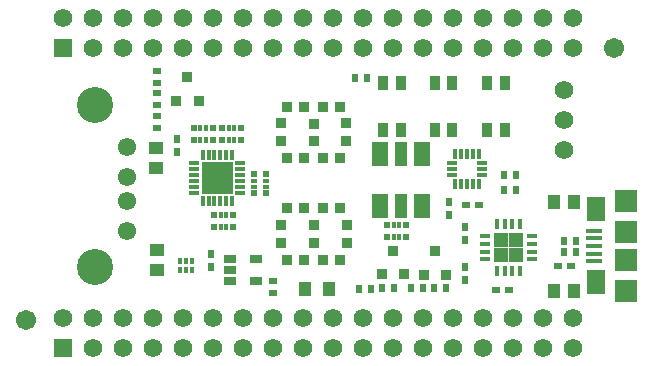
<source format=gbr>
G04 #@! TF.GenerationSoftware,KiCad,Pcbnew,(5.1.0-218-ge90452d)*
G04 #@! TF.CreationDate,2019-04-22T23:25:45-07:00*
G04 #@! TF.ProjectId,baconbits,6261636f-6e62-4697-9473-2e6b69636164,rev?*
G04 #@! TF.SameCoordinates,Original*
G04 #@! TF.FileFunction,Soldermask,Top*
G04 #@! TF.FilePolarity,Negative*
%FSLAX46Y46*%
G04 Gerber Fmt 4.6, Leading zero omitted, Abs format (unit mm)*
G04 Created by KiCad (PCBNEW (5.1.0-218-ge90452d)) date 2019-04-22 23:25:45*
%MOMM*%
%LPD*%
G04 APERTURE LIST*
%ADD10C,1.716000*%
%ADD11R,1.050800X1.300800*%
%ADD12R,0.650240X0.548640*%
%ADD13R,1.110800X0.700800*%
%ADD14R,1.450800X2.050800*%
%ADD15R,1.050800X2.050800*%
%ADD16C,1.574800*%
%ADD17R,1.574800X1.574800*%
%ADD18R,0.949960X1.249680*%
%ADD19R,0.355800X0.863800*%
%ADD20R,0.863800X0.355800*%
%ADD21C,1.551940*%
%ADD22C,3.050540*%
%ADD23R,0.650800X0.550800*%
%ADD24R,0.550800X0.650800*%
%ADD25R,0.850800X0.400800*%
%ADD26R,0.400800X0.850800*%
%ADD27R,1.300800X1.300800*%
%ADD28R,0.848360X0.848360*%
%ADD29R,0.548640X0.650240*%
%ADD30R,1.049020X1.150620*%
%ADD31R,1.150620X1.049020*%
%ADD32R,0.548640X0.548640*%
%ADD33R,0.350520X0.548640*%
%ADD34R,0.548640X0.350520*%
%ADD35R,0.350800X0.900800*%
%ADD36R,0.900800X0.350800*%
%ADD37R,1.350800X1.350800*%
%ADD38R,1.950720X1.849120*%
%ADD39R,1.950720X1.950720*%
%ADD40R,1.648460X2.148840*%
%ADD41R,1.399540X0.449580*%
%ADD42R,0.350520X0.568960*%
%ADD43R,0.350520X0.538480*%
%ADD44R,0.850800X0.950800*%
G04 APERTURE END LIST*
D10*
X173520100Y-93611700D03*
X123710700Y-116598700D03*
D11*
X147374100Y-113957100D03*
X149374100Y-113957100D03*
D12*
X144640300Y-113306860D03*
X144640300Y-114302540D03*
D13*
X141025700Y-111406900D03*
X141025700Y-112356900D03*
X141025700Y-113306900D03*
X143225700Y-113306900D03*
X143225700Y-111406900D03*
D14*
X153686100Y-106987700D03*
D15*
X155486100Y-106987700D03*
D14*
X157286100Y-106987700D03*
X157286100Y-102587700D03*
D15*
X155486100Y-102587700D03*
D14*
X153686100Y-102587700D03*
D16*
X170091100Y-116433600D03*
X170091100Y-118973600D03*
X167551100Y-116433600D03*
X167551100Y-118973600D03*
X165011100Y-116433600D03*
X165011100Y-118973600D03*
X162471100Y-116433600D03*
X162471100Y-118973600D03*
X159931100Y-116433600D03*
X159931100Y-118973600D03*
X157391100Y-116433600D03*
X157391100Y-118973600D03*
X154851100Y-116433600D03*
X154851100Y-118973600D03*
X152311100Y-116433600D03*
X152311100Y-118973600D03*
X149771100Y-116433600D03*
X149771100Y-118973600D03*
X147231100Y-116433600D03*
X147231100Y-118973600D03*
X144691100Y-116433600D03*
X144691100Y-118973600D03*
X142151100Y-116433600D03*
X142151100Y-118973600D03*
X139611100Y-116433600D03*
X139611100Y-118973600D03*
X137071100Y-116433600D03*
X137071100Y-118973600D03*
X134531100Y-116433600D03*
X134531100Y-118973600D03*
X131991100Y-116433600D03*
X131991100Y-118973600D03*
X129451100Y-116433600D03*
X129451100Y-118973600D03*
X126911100Y-116433600D03*
D17*
X126911100Y-118973600D03*
D12*
X134805420Y-100324920D03*
X134805420Y-99329240D03*
D18*
X159839660Y-96499680D03*
X159839660Y-100497640D03*
X158341060Y-96499680D03*
X158341060Y-100497640D03*
X162786060Y-100497640D03*
X162786060Y-96499680D03*
X164284660Y-100497640D03*
X164284660Y-96499680D03*
D19*
X160053780Y-105120360D03*
X160553780Y-105120360D03*
X161053780Y-105120360D03*
X161553780Y-105120360D03*
X162053780Y-105120360D03*
D20*
X162328780Y-104345360D03*
X162328780Y-103845360D03*
X162328780Y-103345360D03*
D19*
X162053780Y-102570360D03*
X161553780Y-102570360D03*
X161053780Y-102570360D03*
X160553780Y-102570360D03*
X160053780Y-102570360D03*
D20*
X159778780Y-103345360D03*
X159778780Y-103845360D03*
X159778780Y-104345360D03*
D16*
X169291000Y-102235000D03*
X169291000Y-99695000D03*
X169291000Y-97155000D03*
D21*
X132265000Y-109071000D03*
X132265000Y-106531000D03*
X132265000Y-104499000D03*
X132265000Y-101959000D03*
D22*
X129598000Y-112119000D03*
X129598000Y-98403000D03*
D23*
X160968600Y-106832400D03*
X162068600Y-106832400D03*
X168810000Y-112014000D03*
X169910000Y-112014000D03*
D24*
X160909000Y-108755000D03*
X160909000Y-109855000D03*
D23*
X163534000Y-114046000D03*
X164634000Y-114046000D03*
D24*
X139382500Y-111044900D03*
X139382500Y-112144900D03*
X160909000Y-113249800D03*
X160909000Y-112149800D03*
X159550100Y-106625300D03*
X159550100Y-107725300D03*
D25*
X166602000Y-111465000D03*
X166602000Y-110815000D03*
X166602000Y-110165000D03*
X166602000Y-109515000D03*
D26*
X165577000Y-108490000D03*
X164927000Y-108490000D03*
X164277000Y-108490000D03*
X163627000Y-108490000D03*
D25*
X162602000Y-109515000D03*
X162602000Y-110165000D03*
X162602000Y-110815000D03*
X162602000Y-111465000D03*
D26*
X163627000Y-112490000D03*
X164277000Y-112490000D03*
X164927000Y-112490000D03*
X165577000Y-112490000D03*
D27*
X163977000Y-109865000D03*
X163977000Y-111115000D03*
X165227000Y-109865000D03*
X165227000Y-111115000D03*
D28*
X148856700Y-98552000D03*
X150355300Y-98552000D03*
D29*
X152590500Y-96154240D03*
X151594820Y-96154240D03*
X170284560Y-110871000D03*
X169288880Y-110871000D03*
X164195760Y-104317800D03*
X165191440Y-104317800D03*
X170291760Y-109933740D03*
X169296080Y-109933740D03*
D30*
X168442640Y-114173000D03*
X170139360Y-114173000D03*
D31*
X134815580Y-110644940D03*
X134815580Y-112341660D03*
X134785100Y-102016560D03*
X134785100Y-103713280D03*
D32*
X154305000Y-109578140D03*
D33*
X154856180Y-109578140D03*
X155354020Y-109578140D03*
D32*
X155905200Y-109578140D03*
X155905200Y-108582460D03*
D33*
X155354020Y-108582460D03*
X154856180Y-108582460D03*
D32*
X154305000Y-108582460D03*
X143062160Y-105870100D03*
D34*
X143062160Y-105318920D03*
X143062160Y-104821080D03*
D32*
X143062160Y-104269900D03*
X144057840Y-104269900D03*
D34*
X144057840Y-104821080D03*
X144057840Y-105318920D03*
D32*
X144057840Y-105870100D03*
X139659900Y-108727840D03*
D33*
X140211080Y-108727840D03*
X140708920Y-108727840D03*
D32*
X141260100Y-108727840D03*
X141260100Y-107732160D03*
D33*
X140708920Y-107732160D03*
X140211080Y-107732160D03*
D32*
X139659900Y-107732160D03*
X139530100Y-101337840D03*
D33*
X138978920Y-101337840D03*
X138481080Y-101337840D03*
D32*
X137929900Y-101337840D03*
X137929900Y-100342160D03*
D33*
X138481080Y-100342160D03*
X138978920Y-100342160D03*
D32*
X139530100Y-100342160D03*
X141940100Y-100342160D03*
D33*
X141388920Y-100342160D03*
X140891080Y-100342160D03*
D32*
X140339900Y-100342160D03*
X140339900Y-101337840D03*
D33*
X140891080Y-101337840D03*
X141388920Y-101337840D03*
D32*
X141940100Y-101337840D03*
D24*
X136502140Y-102358280D03*
X136502140Y-101258280D03*
D35*
X141190000Y-102640000D03*
X140690000Y-102640000D03*
X140190000Y-102640000D03*
X139690000Y-102640000D03*
X139190000Y-102640000D03*
X138690000Y-102640000D03*
D36*
X137990000Y-103340000D03*
X137990000Y-103840000D03*
X137990000Y-104340000D03*
X137990000Y-104840000D03*
X137990000Y-105340000D03*
X137990000Y-105840000D03*
D35*
X138690000Y-106540000D03*
X139190000Y-106540000D03*
X139690000Y-106540000D03*
X140190000Y-106540000D03*
X140690000Y-106540000D03*
X141190000Y-106540000D03*
D36*
X141890000Y-105840000D03*
X141890000Y-105340000D03*
X141890000Y-104840000D03*
X141890000Y-104340000D03*
X141890000Y-103840000D03*
X141890000Y-103340000D03*
D37*
X139290000Y-105240000D03*
X140590000Y-105240000D03*
X139290000Y-103940000D03*
X140590000Y-103940000D03*
D28*
X150876000Y-108570700D03*
X150876000Y-110069300D03*
X148856700Y-111506000D03*
X150355300Y-111506000D03*
X148082000Y-108560700D03*
X148082000Y-110059300D03*
X145796000Y-107130000D03*
X147294600Y-107130000D03*
X150342600Y-107150000D03*
X148844000Y-107150000D03*
X145808700Y-102870000D03*
X147307300Y-102870000D03*
X150355300Y-102870000D03*
X148856700Y-102870000D03*
X145288000Y-101460300D03*
X145288000Y-99961700D03*
X148082000Y-99970700D03*
X148082000Y-101469300D03*
X150870920Y-101452680D03*
X150870920Y-99954080D03*
X147307300Y-98552000D03*
X145808700Y-98552000D03*
X145288000Y-110070900D03*
X145288000Y-108572300D03*
X147307300Y-111506000D03*
X145808700Y-111506000D03*
D29*
X165191440Y-105638600D03*
X164195760Y-105638600D03*
D12*
X134807960Y-98412300D03*
X134807960Y-97416620D03*
D29*
X152940320Y-113949480D03*
X151944640Y-113949480D03*
D12*
X134807960Y-96507300D03*
X134807960Y-95511620D03*
D29*
X159280860Y-113929160D03*
X158285180Y-113929160D03*
X153884640Y-113929480D03*
X154880320Y-113929480D03*
X157366020Y-113929160D03*
X156370340Y-113929160D03*
D30*
X168478200Y-106621580D03*
X170174920Y-106621580D03*
D38*
X174540000Y-114128720D03*
D39*
X174540000Y-111527760D03*
X174540000Y-109130000D03*
D38*
X174540000Y-106529040D03*
D40*
X171992380Y-107230080D03*
X171992380Y-113427680D03*
D41*
X171865380Y-110328880D03*
X171865380Y-110976580D03*
X171865380Y-109030940D03*
X171865380Y-109681180D03*
X171865380Y-111626820D03*
D18*
X153987500Y-100497640D03*
X153987500Y-96499680D03*
X155486100Y-100497640D03*
X155486100Y-96499680D03*
D42*
X136789160Y-112392460D03*
D43*
X137287000Y-112387380D03*
X137784840Y-112387380D03*
X137784840Y-111640620D03*
X137287000Y-111640620D03*
X136789160Y-111640620D03*
D44*
X136458920Y-98055940D03*
X138358920Y-98055940D03*
X137408920Y-96055940D03*
X154833020Y-110747740D03*
X155783020Y-112747740D03*
X153883020Y-112747740D03*
X157424080Y-112760000D03*
X159324080Y-112760000D03*
X158374080Y-110760000D03*
D16*
X170091100Y-91033600D03*
X170091100Y-93573600D03*
X167551100Y-91033600D03*
X167551100Y-93573600D03*
X165011100Y-91033600D03*
X165011100Y-93573600D03*
X162471100Y-91033600D03*
X162471100Y-93573600D03*
X159931100Y-91033600D03*
X159931100Y-93573600D03*
X157391100Y-91033600D03*
X157391100Y-93573600D03*
X154851100Y-91033600D03*
X154851100Y-93573600D03*
X152311100Y-91033600D03*
X152311100Y-93573600D03*
X149771100Y-91033600D03*
X149771100Y-93573600D03*
X147231100Y-91033600D03*
X147231100Y-93573600D03*
X144691100Y-91033600D03*
X144691100Y-93573600D03*
X142151100Y-91033600D03*
X142151100Y-93573600D03*
X139611100Y-91033600D03*
X139611100Y-93573600D03*
X137071100Y-91033600D03*
X137071100Y-93573600D03*
X134531100Y-91033600D03*
X134531100Y-93573600D03*
X131991100Y-91033600D03*
X131991100Y-93573600D03*
X129451100Y-91033600D03*
X129451100Y-93573600D03*
X126911100Y-91033600D03*
D17*
X126911100Y-93573600D03*
M02*

</source>
